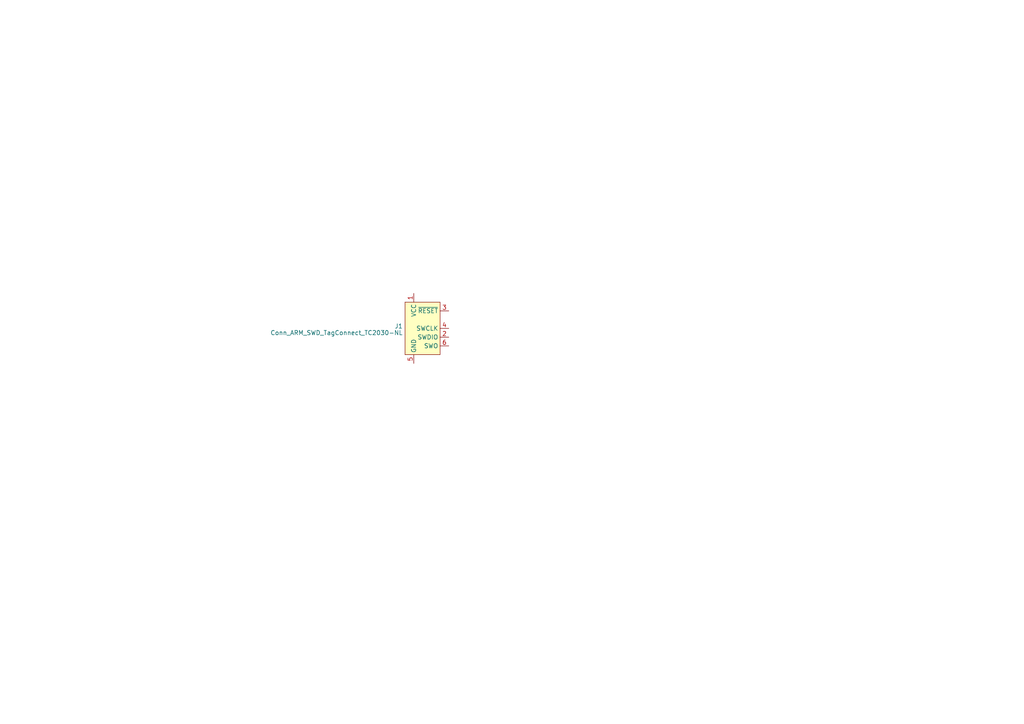
<source format=kicad_sch>
(kicad_sch (version 20230121) (generator eeschema)
  (paper "A4")
  (lib_symbols
    (symbol "Connector:Conn_ARM_SWD_TagConnect_TC2030-NL" (in_bom no)
      (property "Reference" "J" (at 2.54 11.43 0))
      (property "Value" "Conn_ARM_SWD_TagConnect_TC2030-NL" (at 2.54 8.89 0))
      (symbol "Conn_ARM_SWD_TagConnect_TC2030-NL_0_0"
        (pin power_in line (at -2.54 10.16 270) (length 2.54) (name "VCC") (number "1"))
        (pin bidirectional line (at 7.62 -2.54 180) (length 2.54) (name "SWDIO") (number "2"))
        (pin open_collector line (at 7.62 5.08 180) (length 2.54) (name "~{RESET}") (number "3"))
        (pin output line (at 7.62 0 180) (length 2.54) (name "SWCLK") (number "4"))
        (pin power_in line (at -2.54 -10.16 90) (length 2.54) (name "GND") (number "5"))
        (pin input line (at 7.62 -5.08 180) (length 2.54) (name "SWO") (number "6"))
      )
      (symbol "Conn_ARM_SWD_TagConnect_TC2030-NL_0_1"
        (rectangle (start -5.08 7.62) (end 5.08 -7.62) (fill (type background)))
      )
    )
  )
  (symbol (lib_id "Connector:Conn_ARM_SWD_TagConnect_TC2030-NL") (at 122.555 95.25 0) (unit 1)
    (property "Reference" "J1" (at 116.84 94.6063 0) (effects (justify right)))
    (property "Value" "Conn_ARM_SWD_TagConnect_TC2030-NL" (at 116.84 96.5273 0) (effects (justify right)))
    (property "Footprint" "Connector:Tag-Connect_TC2030-IDC-NL_2x03_P1.27mm_Vertical" (effects hide))
    (property "Datasheet" "https://www.tag-connect.com/wp-content/uploads/bsk-pdf-manager/TC2030-CTX_1.pdf" (effects hide))
  )
)
</source>
